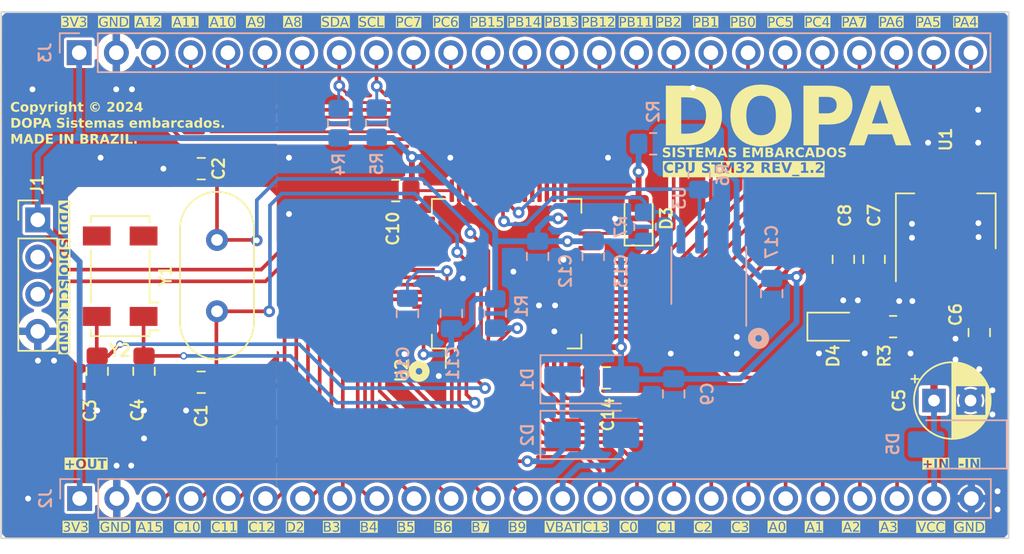
<source format=kicad_pcb>
(kicad_pcb (version 20221018) (generator pcbnew)
  (layers (0 "F.Cu" jumper) (31 "B.Cu" signal) (34 "B.Paste" user) (35 "F.Paste" user) (36 "B.SilkS" user "B.Silkscreen") (37 "F.SilkS" user "F.Silkscreen") (38 "B.Mask" user) (39 "F.Mask" user) (44 "Edge.Cuts" user))
  (net 0 "")
  (net 1 "GND")
  (net 2 "OSC1")
  (net 3 "OSC2")
  (net 4 "RTC1")
  (net 5 "RTC2")
  (net 6 "VCC")
  (net 7 "VDD")
  (net 8 "/Mcu/NRST")
  (net 9 "Net-(U2-PB8)")
  (net 10 "VDDBAT")
  (net 11 "VBT1")
  (net 12 "/Mcu/LED_ON")
  (net 13 "Net-(D3-A)")
  (net 14 "Net-(D4-A)")
  (net 15 "/Mcu/SWDIO")
  (net 16 "/Mcu/SWCLK")
  (net 17 "/Mcu/PA15")
  (net 18 "/Mcu/PC10")
  (net 19 "/Mcu/PC11")
  (net 20 "/Mcu/PC12")
  (net 21 "/Mcu/PD2")
  (net 22 "/Mcu/PB3")
  (net 23 "/Mcu/PB4")
  (net 24 "/Mcu/PB5")
  (net 25 "/Mcu/PB6")
  (net 26 "/Mcu/PB7")
  (net 27 "/Mcu/PB9")
  (net 28 "/Mcu/PC13")
  (net 29 "/Mcu/PC0")
  (net 30 "/Mcu/PC1")
  (net 31 "/Mcu/PC2")
  (net 32 "/Mcu/PC3")
  (net 33 "/Mcu/PA0")
  (net 34 "/Mcu/PA1")
  (net 35 "/Mcu/PA2")
  (net 36 "/Mcu/PA3")
  (net 37 "/Mcu/PA12")
  (net 38 "/Mcu/PA11")
  (net 39 "/Mcu/PA10")
  (net 40 "/Mcu/PA9")
  (net 41 "/Mcu/PA8")
  (net 42 "SDA")
  (net 43 "SCL")
  (net 44 "/Mcu/PC7")
  (net 45 "/Mcu/PC6")
  (net 46 "/Mcu/PB15")
  (net 47 "/Mcu/PB14")
  (net 48 "/Mcu/PB13")
  (net 49 "/Mcu/PB12")
  (net 50 "/Mcu/PB11")
  (net 51 "/Mcu/PB2")
  (net 52 "/Mcu/PB1")
  (net 53 "/Mcu/PB0")
  (net 54 "/Mcu/PC5")
  (net 55 "/Mcu/PC4")
  (net 56 "/Mcu/PA7")
  (net 57 "/Mcu/PA6")
  (net 58 "/Mcu/PA5")
  (net 59 "/Mcu/PA4")
  (footprint "Capacitor_SMD:C_0805_2012Metric_Pad1.18x1.45mm_HandSolder" (layer "F.Cu") (at 171.58 103.32 90)
    (fp_text reference "C8")
    (fp_text value "100nF")
  )
  (footprint "Capacitor_SMD:C_0805_2012Metric_Pad1.18x1.45mm_HandSolder" (layer "F.Cu") (at 127.68 97.12)
    (fp_text reference "C2")
    (fp_text value "12pF")
  )
  (footprint "Capacitor_SMD:C_0805_2012Metric_Pad1.18x1.45mm_HandSolder" (layer "F.Cu") (at 140.98 98.62)
    (fp_text reference "C10")
    (fp_text value "100nF")
  )
  (footprint "Capacitor_THT:CP_Radial_D5.0mm_P2.50mm" (layer "F.Cu") (at 177.774888 112.97)
    (fp_text reference "C5")
    (fp_text value "220x16")
  )
  (footprint "Autoban:Crystal_SMD_Abracon_ABS25 Vertical" (layer "F.Cu") (at 122.14 104.47 180)
    (fp_text reference "Y2")
    (fp_text value "CRYSTAL ABS25")
  )
  (footprint "LED_SMD:LED_0805_2012Metric_Pad1.15x1.40mm_HandSolder" (layer "F.Cu") (at 157.58 100.52 90)
    (fp_text reference "D3")
    (fp_text value "LED")
  )
  (footprint "LED_SMD:LED_0805_2012Metric_Pad1.15x1.40mm_HandSolder" (layer "F.Cu") (at 170.98 107.92)
    (fp_text reference "D4")
    (fp_text value "LED")
  )
  (footprint "Crystal:Crystal_HC49-4H_Vertical" (layer "F.Cu") (at 128.76 106.87 90)
    (fp_text reference "Y1")
    (fp_text value "25Mhz")
  )
  (footprint "Capacitor_SMD:C_0805_2012Metric_Pad1.18x1.45mm_HandSolder" (layer "F.Cu") (at 123.77 110.97 90)
    (fp_text reference "C3")
    (fp_text value "4.3pF")
  )
  (footprint "Capacitor_SMD:C_0805_2012Metric_Pad1.18x1.45mm_HandSolder" (layer "F.Cu") (at 155.38 111.42 180)
    (fp_text reference "C14")
    (fp_text value "100nF")
  )
  (footprint "Capacitor_SMD:C_0805_2012Metric_Pad1.18x1.45mm_HandSolder" (layer "F.Cu") (at 120.57 110.97 90)
    (fp_text reference "C4")
    (fp_text value "4.3pF")
  )
  (footprint "Capacitor_SMD:C_0805_2012Metric_Pad1.18x1.45mm_HandSolder" (layer "F.Cu") (at 173.68 103.32 90)
    (fp_text reference "C7")
    (fp_text value "10uF")
  )
  (footprint "Capacitor_SMD:C_0805_2012Metric_Pad1.18x1.45mm_HandSolder" (layer "F.Cu") (at 180.87 108.32 90)
    (fp_text reference "C6")
    (fp_text value "100nF")
  )
  (footprint "Package_TO_SOT_SMD:SOT-223-3_TabPin2" (layer "F.Cu") (at 178.58 100.72 90)
    (fp_text reference "U1")
    (fp_text value "LM1117MP-3.3")
  )
  (footprint "Connector_PinHeader_2.54mm:PinHeader_1x04_P2.54mm_Vertical" (layer "F.Cu") (at 116.505 100.62)
    (fp_text reference "J1")
    (fp_text value "GRAV")
  )
  (footprint "Resistor_SMD:R_0805_2012Metric_Pad1.20x1.40mm_HandSolder" (layer "F.Cu") (at 174.98 107.92 180)
    (fp_text reference "R3")
    (fp_text value "470R")
  )
  (footprint "Package_QFP:LQFP-64_10x10mm_P0.5mm" (layer "F.Cu") (at 148.56 104.3 90)
    (fp_text reference "U2")
    (fp_text value "STM32G431RBTx")
  )
  (footprint "Capacitor_SMD:C_0805_2012Metric_Pad1.18x1.45mm_HandSolder" (layer "F.Cu") (at 127.68 111.72)
    (fp_text reference "C1")
    (fp_text value "12pF")
  )
  (footprint "Capacitor_SMD:C_0805_2012Metric_Pad1.18x1.45mm_HandSolder" (layer "B.Cu") (at 144.78 107.02 -90)
    (fp_text reference "C11")
    (fp_text value "100nF")
  )
  (footprint "Diode_SMD:D_SMA" (layer "B.Cu") (at 154.38 111.52)
    (fp_text reference "D1")
    (fp_text value "US1M")
  )
  (footprint "Package_SO:SOIC-8_3.9x4.9mm_P1.27mm" (layer "B.Cu") (at 162.38 104.42 90)
    (fp_text reference "U3")
    (fp_text value "24LC64")
  )
  (footprint "Resistor_SMD:R_0805_2012Metric_Pad1.20x1.40mm_HandSolder" (layer "B.Cu") (at 137.08 94.02 -90)
    (fp_text reference "R4")
    (fp_text value "4k7")
  )
  (footprint "Capacitor_SMD:C_0805_2012Metric_Pad1.18x1.45mm_HandSolder" (layer "B.Cu") (at 150.68 103.12 90)
    (fp_text reference "C12")
    (fp_text value "100nF")
  )
  (footprint "Connector_PinHeader_2.54mm:PinHeader_1x25_P2.54mm_Vertical" (layer "B.Cu") (at 119.37 119.67 -90)
    (fp_text reference "J2")
    (fp_text value "LADO ESQ")
  )
  (footprint "Diode_SMD:D_SMA" (layer "B.Cu") (at 154.38 115.32)
    (fp_text reference "D2")
    (fp_text value "US1M")
  )
  (footprint "Capacitor_SMD:C_0805_2012Metric_Pad1.18x1.45mm_HandSolder" (layer "B.Cu") (at 159.98 112.52 90)
    (fp_text reference "C9")
    (fp_text value "10uF")
  )
  (footprint "Connector_PinHeader_2.54mm:PinHeader_1x25_P2.54mm_Vertical" (layer "B.Cu") (at 119.34 89.19 -90)
    (fp_text reference "J3")
    (fp_text value "LADO DIR")
  )
  (footprint "Capacitor_SMD:C_0805_2012Metric_Pad1.18x1.45mm_HandSolder" (layer "B.Cu") (at 166.68 105.6575 90)
    (fp_text reference "C17")
    (fp_text value "100nF")
  )
  (footprint "Resistor_SMD:R_0805_2012Metric_Pad1.20x1.40mm_HandSolder" (layer "B.Cu") (at 158.02 101.095 -90)
    (fp_text reference "R7")
    (fp_text value "4k7")
  )
  (footprint "Capacitor_SMD:C_0805_2012Metric_Pad1.18x1.45mm_HandSolder" (layer "B.Cu") (at 141.78 107.02 90)
    (fp_text reference "C16")
    (fp_text value "100nF")
  )
  (footprint "Diode_SMD:D_SMA" (layer "B.Cu") (at 179.24 115.97 180)
    (fp_text reference "D5")
    (fp_text value "SMAJ6.5CA")
  )
  (footprint "Resistor_SMD:R_0805_2012Metric_Pad1.20x1.40mm_HandSolder" (layer "B.Cu") (at 139.68 93.98 -90)
    (fp_text reference "R5")
    (fp_text value "4k7")
  )
  (footprint "Resistor_SMD:R_0805_2012Metric_Pad1.20x1.40mm_HandSolder" (layer "B.Cu") (at 161.72 97.545 90)
    (fp_text reference "R6")
    (fp_text value "4k7")
  )
  (footprint "Capacitor_SMD:C_0805_2012Metric_Pad1.18x1.45mm_HandSolder" (layer "B.Cu") (at 154.48 103.12 90)
    (fp_text reference "C13")
    (fp_text value "100nF")
  )
  (footprint "Resistor_SMD:R_0805_2012Metric_Pad1.20x1.40mm_HandSolder" (layer "B.Cu") (at 158.58 95.42 180)
    (fp_text reference "R2")
    (fp_text value "470R")
  )
  (footprint "Resistor_SMD:R_0805_2012Metric_Pad1.20x1.40mm_HandSolder" (layer "B.Cu") (at 147.78 107.02 90)
    (fp_text reference "R1")
    (fp_text value "10k")
  )
  (gr_circle (center 165.78 108.72) (end 165.68 108.52) (stroke (width 0.5)) (fill none) (layer "B.SilkS"))
  (gr_circle (center 142.57 110.97) (end 142.793607 110.97) (stroke (width 0.5)) (fill none) (layer "F.SilkS"))
  (gr_line (start 182.88 86.4) (end 182.88 122.39) (stroke (width 0.1)) (layer "Edge.Cuts"))
  (gr_line (start 114.01 86.41) (end 182.88 86.4) (stroke (width 0.1)) (layer "Edge.Cuts"))
  (gr_line (start 182.88 122.39) (end 114 122.39) (stroke (width 0.1)) (layer "Edge.Cuts"))
  (gr_line (start 114 122.39) (end 114.01 86.41) (stroke (width 0.1)) (layer "Edge.Cuts"))
  (gr_text "A12\n" (at 123.19 87.52) (layer "F.SilkS" knockout) (effects (font (size 0.65 0.65)) (justify left bottom)))
  (gr_text "3V3" (at 118.11 87.52) (layer "F.SilkS" knockout) (effects (font (size 0.65 0.65)) (justify left bottom)))
  (gr_text "VBAT" (at 151.225 122.045) (layer "F.SilkS" knockout) (effects (font (size 0.65 0.65)) (justify left bottom)))
  (gr_text "B6" (at 143.595 122.045) (layer "F.SilkS" knockout) (effects (font (size 0.65 0.65)) (justify left bottom)))
  (gr_text "C13" (at 153.765 122.045) (layer "F.SilkS" knockout) (effects (font (size 0.65 0.65)) (justify left bottom)))
  (gr_text "A1" (at 169.005 122.045) (layer "F.SilkS" knockout) (effects (font (size 0.65 0.65)) (justify left bottom)))
  (gr_text "PB15" (at 146.05 87.52) (layer "F.SilkS" knockout) (effects (font (size 0.65 0.65)) (justify left bottom)))
  (gr_text "SDIO" (at 117.88 101.9 270) (layer "F.SilkS" knockout) (effects (font (size 0.65 0.65) (thickness 0.15) bold) (justify left bottom)))
  (gr_text "SISTEMAS EMBARCADOS" (at 159.17 96.445) (layer "F.SilkS") (effects (font (size 0.65 0.65) (thickness 0.125) bold) (justify left bottom)))
  (gr_text "+OUT" (at 118.32 117.73) (layer "F.SilkS" knockout) (effects (font (size 0.65 0.65) (thickness 0.15) bold) (justify left bottom)))
  (gr_text "A2\n" (at 171.545 122.045) (layer "F.SilkS" knockout) (effects (font (size 0.65 0.65)) (justify left bottom)))
  (gr_text "C0" (at 156.305 122.045) (layer "F.SilkS" knockout) (effects (font (size 0.65 0.65)) (justify left bottom)))
  (gr_text "PA5" (at 176.53 87.52) (layer "F.SilkS" knockout) (effects (font (size 0.65 0.65)) (justify left bottom)))
  (gr_text "A0" (at 166.465 122.045) (layer "F.SilkS" knockout) (effects (font (size 0.65 0.65)) (justify left bottom)))
  (gr_text "VCC" (at 176.625 122.045) (layer "F.SilkS" knockout) (effects (font (size 0.65 0.65)) (justify left bottom)))
  (gr_text "D2" (at 133.445 122.045) (layer "F.SilkS" knockout) (effects (font (size 0.65 0.65)) (justify left bottom)))
  (gr_text "A8" (at 133.35 87.52) (layer "F.SilkS" knockout) (effects (font (size 0.65 0.65)) (justify left bottom)))
  (gr_text "VDD" (at 117.88 99.37 270) (layer "F.SilkS" knockout) (effects (font (size 0.65 0.65) (thickness 0.15) bold) (justify left bottom)))
  (gr_text "PA7" (at 171.45 87.52) (layer "F.SilkS" knockout) (effects (font (size 0.65 0.65)) (justify left bottom)))
  (gr_text "A15\n" (at 123.285 122.045) (layer "F.SilkS" knockout) (effects (font (size 0.65 0.65)) (justify left bottom)))
  (gr_text "DOPA" (at 158.93 96.205) (layer "F.SilkS") (effects (font (size 4 4) (thickness 0.15) bold) (justify left bottom)))
  (gr_text "PB1" (at 161.29 87.52) (layer "F.SilkS" knockout) (effects (font (size 0.65 0.65)) (justify left bottom)))
  (gr_text "PC5" (at 166.37 87.52) (layer "F.SilkS" knockout) (effects (font (size 0.65 0.65)) (justify left bottom)))
  (gr_text "A3\n" (at 174.085 122.045) (layer "F.SilkS" knockout) (effects (font (size 0.65 0.65)) (justify left bottom)))
  (gr_text "SCLK" (at 117.88 104.72 270) (layer "F.SilkS" knockout) (effects (font (size 0.65 0.65) (thickness 0.15) bold) (justify left bottom)))
  (gr_text "PA4" (at 179.07 87.52) (layer "F.SilkS" knockout) (effects (font (size 0.65 0.65)) (justify left bottom)))
  (gr_text "B9" (at 148.685 122.045) (layer "F.SilkS" knockout) (effects (font (size 0.65 0.65)) (justify left bottom)))
  (gr_text "PB12" (at 153.67 87.52) (layer "F.SilkS" knockout) (effects (font (size 0.65 0.65)) (justify left bottom)))
  (gr_text "C2" (at 161.385 122.045) (layer "F.SilkS" knockout) (effects (font (size 0.65 0.65)) (justify left bottom)))
  (gr_text "B7" (at 146.145 122.045) (layer "F.SilkS" knockout) (effects (font (size 0.65 0.65)) (justify left bottom)))
  (gr_text "Copyright © 2024\nDOPA Sistemas embarcados.\nMADE IN BRAZIL. " (at 114.62 95.52) (layer "F.SilkS") (effects (font (size 0.65 0.65) (thickness 0.15) bold) (justify left bottom)))
  (gr_text "PA6" (at 173.99 87.52) (layer "F.SilkS" knockout) (effects (font (size 0.65 0.65)) (justify left bottom)))
  (gr_text "-IN" (at 179.47 117.73) (layer "F.SilkS" knockout) (effects (font (size 0.65 0.65) (thickness 0.15) bold) (justify left bottom)))
  (gr_text "B4" (at 138.525 122.045) (layer "F.SilkS" knockout) (effects (font (size 0.65 0.65)) (justify left bottom)))
  (gr_text "GND" (at 120.745 122.045) (layer "F.SilkS" knockout) (effects (font (size 0.65 0.65)) (justify left bottom)))
  (gr_text "PC6" (at 143.51 87.52) (layer "F.SilkS" knockout) (effects (font (size 0.65 0.65)) (justify left bottom)))
  (gr_text "GND" (at 117.88 107.52 270) (layer "F.SilkS" knockout) (effects (font (size 0.65 0.65) (thickness 0.15) bold) (justify left bottom)))
  (gr_text "C1" (at 158.845 122.045) (layer "F.SilkS" knockout) (effects (font (size 0.65 0.65)) (justify left bottom)))
  (gr_text "SDA" (at 135.89 87.52) (layer "F.SilkS" knockout) (effects (font (size 0.65 0.65)) (justify left bottom)))
  (gr_text "PB2" (at 158.75 87.52) (layer "F.SilkS" knockout) (effects (font (size 0.65 0.65)) (justify left bottom)))
  (gr_text "SCL" (at 138.43 87.52) (layer "F.SilkS" knockout) (effects (font (size 0.65 0.65)) (justify left bottom)))
  (gr_text "PC7" (at 140.97 87.52) (layer "F.SilkS" knockout) (effects (font (size 0.65 0.65)) (justify left bottom)))
  (gr_text "PB0" (at 163.83 87.52) (layer "F.SilkS" knockout) (effects (font (size 0.65 0.65)) (justify left bottom)))
  (gr_text "GND" (at 179.165 122.045) (layer "F.SilkS" knockout) (effects (font (size 0.65 0.65)) (justify left bottom)))
  (gr_text "PB14" (at 148.59 87.52) (layer "F.SilkS" knockout) (effects (font (size 0.65 0.65)) (justify left bottom)))
  (gr_text "C12" (at 130.905 122.045) (layer "F.SilkS" knockout) (effects (font (size 0.65 0.65)) (justify left bottom)))
  (gr_text "CPU STM32 REV_1.2\n" (at 159.27 97.52) (layer "F.SilkS" knockout) (effects (font (size 0.7 0.7) (thickness 0.15) bold) (justify left bottom)))
  (gr_text "B5" (at 141.065 122.045) (layer "F.SilkS" knockout) (effects (font (size 0.65 0.65)) (justify left bottom)))
  (gr_text "PB13" (at 151.13 87.52) (layer "F.SilkS" knockout) (effects (font (size 0.65 0.65)) (justify left bottom)))
  (gr_text "PC4" (at 168.91 87.52) (layer "F.SilkS" knockout) (effects (font (size 0.65 0.65)) (justify left bottom)))
  (gr_text "C11" (at 128.365 122.045) (layer "F.SilkS" knockout) (effects (font (size 0.65 0.65)) (justify left bottom)))
  (gr_text "PB11" (at 156.21 87.52) (layer "F.SilkS" knockout) (effects (font (size 0.65 0.65)) (justify left bottom)))
  (gr_text "GND" (at 120.65 87.52) (layer "F.SilkS" knockout) (effects (font (size 0.65 0.65)) (justify left bottom)))
  (gr_text "3V3\n" (at 118.205 122.045) (layer "F.SilkS" knockout) (effects (font (size 0.65 0.65)) (justify left bottom)))
  (gr_text "+IN" (at 176.96 117.73) (layer "F.SilkS" knockout) (effects (font (size 0.65 0.65) (thickness 0.15) bold) (justify left bottom)))
  (gr_text "A9" (at 130.81 87.52) (layer "F.SilkS" knockout) (effects (font (size 0.65 0.65)) (justify left bottom)))
  (gr_text "A10\n" (at 128.25 87.52) (layer "F.SilkS" knockout) (effects (font (size 0.65 0.65)) (justify left bottom)))
  (gr_text "C3" (at 163.925 122.045) (layer "F.SilkS" knockout) (effects (font (size 0.65 0.65)) (justify left bottom)))
  (gr_text "C10\n" (at 125.845 122.045) (layer "F.SilkS" knockout) (effects (font (size 0.65 0.65)) (justify left bottom)))
  (gr_text "A11	" (at 125.73 87.52) (layer "F.SilkS" knockout) (effects (font (size 0.65 0.65)) (justify left bottom)))
  (gr_text "B3" (at 135.985 122.045) (layer "F.SilkS" knockout) (effects (font (size 0.65 0.65)) (justify left bottom)))
  (via (at 176.27 101.845) (size 0.8) (drill 0.4) (layers "F.Cu" "B.Cu") (net 1))
  (via (at 126.645 113.65) (size 0.8) (drill 0.4) (layers "F.Cu" "B.Cu") (net 1))
  (via (at 175.395 106.17) (size 0.8) (drill 0.4) (layers "F.Cu" "B.Cu") (net 1))
  (via (at 141.57 109.795) (size 0.8) (drill 0.4) (layers "F.Cu" "B.Cu") (net 1))
  (via (at 125.095 97.12) (size 0.8) (drill 0.4) (layers "F.Cu" "B.Cu") (net 1))
  (via (at 180.82 101.795) (size 0.8) (drill 0.4) (layers "F.Cu" "B.Cu") (net 1))
  (via (at 182.12 119.17) (size 0.8) (drill 0.4) (layers "F.Cu" "B.Cu") (net 1))
  (via (at 152.445 103.345) (size 0.8) (drill 0.4) (layers "F.Cu" "B.Cu") (net 1))
  (via (at 182.12 120.42) (size 0.8) (drill 0.4) (layers "F.Cu" "B.Cu") (net 1))
  (via (at 161.295 91.595) (size 0.8) (drill 0.4) (layers "F.Cu" "B.Cu") (net 1))
  (via (at 176.295 106.17) (size 0.8) (drill 0.4) (layers "F.Cu" "B.Cu") (net 1))
  (via (at 120.8 96.37) (size 0.8) (drill 0.4) (layers "F.Cu" "B.Cu") (net 1))
  (via (at 169.91 109.75) (size 0.8) (drill 0.4) (layers "F.Cu" "B.Cu") (net 1))
  (via (at 144.71 96.37) (size 0.8) (drill 0.4) (layers "F.Cu" "B.Cu") (net 1))
  (via (at 171.57 106.12) (size 0.8) (drill 0.4) (layers "F.Cu" "B.Cu") (net 1))
  (via (at 164.295 108.62) (size 0.8) (drill 0.4) (layers "F.Cu" "B.Cu") (net 1))
  (via (at 176.17 109.75) (size 0.8) (drill 0.4) (layers "F.Cu" "B.Cu") (net 1))
  (via (at 145.57 104.62) (size 0.8) (drill 0.4) (layers "F.Cu" "B.Cu") (net 1))
  (via (at 181.77 112.27) (size 0.8) (drill 0.4) (layers "F.Cu" "B.Cu") (net 1))
  (via (at 172.57 106.12) (size 0.8) (drill 0.4) (layers "F.Cu" "B.Cu") (net 1))
  (via (at 151.82 108.245) (size 0.8) (drill 0.4) (layers "F.Cu" "B.Cu") (net 1))
  (via (at 122.895 117.42) (size 0.8) (drill 0.4) (layers "F.Cu" "B.Cu") (net 1))
  (via (at 179.245 110.17) (size 0.8) (drill 0.4) (layers "F.Cu" "B.Cu") (net 1))
  (via (at 180.795 93.095) (size 0.8) (drill 0.4) (layers "F.Cu" "B.Cu") (net 1))
  (via (at 155.49 96.37) (size 0.8) (drill 0.4) (layers "F.Cu" "B.Cu") (net 1))
  (via (at 133.68 100.22) (size 0.8) (drill 0.4) (layers "F.Cu" "B.Cu") (net 1))
  (via (at 116.145 91.695) (size 0.8) (drill 0.4) (layers "F.Cu" "B.Cu") (net 1))
  (via (at 173.045 109.745) (size 0.8) (drill 0.4) (layers "F.Cu" "B.Cu") (net 1))
  (via (at 149.02 104.16) (size 0.8) (drill 0.4) (layers "F.Cu" "B.Cu") (net 1))
  (via (at 150.77 106.47) (size 0.8) (drill 0.4) (layers "F.Cu" "B.Cu") (net 1))
  (via (at 179.245 108.745) (size 0.8) (drill 0.4) (layers "F.Cu" "B.Cu") (net 1))
  (via (at 143.92 111.295) (size 0.8) (drill 0.4) (layers "F.Cu" "B.Cu") (net 1))
  (via (at 117.62 110.245) (size 0.8) (drill 0.4) (layers "F.Cu" "B.Cu") (net 1))
  (via (at 180.87 110.82) (size 0.8) (drill 0.4) (layers "F.Cu" "B.Cu") (net 1))
  (via (at 155.97 100.545) (size 0.8) (drill 0.4) (layers "F.Cu" "B.Cu") (net 1))
  (via (at 121.87 91.695) (size 0.8) (drill 0.4) (layers "F.Cu" "B.Cu") (net 1))
  (via (at 122.945 91.695) (size 0.8) (drill 0.4) (layers "F.Cu" "B.Cu") (net 1))
  (via (at 176.27 100.89) (size 0.8) (drill 0.4) (layers "F.Cu" "B.Cu") (net 1))
  (via (at 159.78 109.76) (size 0.8) (drill 0.4) (layers "F.Cu" "B.Cu") (net 1))
  (via (at 123.77 115.56) (size 0.8) (drill 0.4) (layers "F.Cu" "B.Cu") (net 1))
  (via (at 115.845 119.67) (size 0.8) (drill 0.4) (layers "F.Cu" "B.Cu") (net 1))
  (via (at 121.895 117.42) (size 0.8) (drill 0.4) (layers "F.Cu" "B.Cu") (net 1))
  (via (at 151.87 106.47) (size 0.8) (drill 0.4) (layers "F.Cu" "B.Cu") (net 1))
  (via (at 120.57 113.65) (size 0.8) (drill 0.4) (layers "F.Cu" "B.Cu") (net 1))
  (via (at 133.68 96.37) (size 0.8) (drill 0.4) (layers "F.Cu" "B.Cu") (net 1))
  (via (at 180.81 100.84) (size 0.8) (drill 0.4) (layers "F.Cu" "B.Cu") (net 1))
  (via (at 177.37 95.345) (size 0.8) (drill 0.4) (layers "F.Cu" "B.Cu") (net 1))
  (via (at 181.77 113.92) (size 0.8) (drill 0.4) (layers "F.Cu" "B.Cu") (net 1))
  (via (at 123.77 113.65) (size 0.8) (drill 0.4) (layers "F.Cu" "B.Cu") (net 1))
  (via (at 164.3 109.76) (size 0.8) (drill 0.4) (layers "F.Cu" "B.Cu") (net 1))
  (via (at 180.795 95.345) (size 0.8) (drill 0.4) (layers "F.Cu" "B.Cu") (net 1))
  (via (at 116.52 110.245) (size 0.8) (drill 0.4) (layers "F.Cu" "B.Cu") (net 1))
  (segment (start 132.33 106.87) (end 128.76 106.87) (width 0.25) (layer "F.Cu") (net 2))
  (segment (start 128.7175 111.72) (end 128.7175 106.9125) (width 0.25) (layer "F.Cu") (net 2))
  (segment (start 145.18 102.82) (end 146.81 104.45) (width 0.25) (layer "F.Cu") (net 2))
  (segment (start 146.81 104.45) (end 146.81 109.975) (width 0.25) (layer "F.Cu") (net 2))
  (segment (start 128.7175 106.9125) (end 128.76 106.87) (width 0.2) (layer "F.Cu") (net 2))
  (via (at 132.33 106.87) (size 0.8) (drill 0.4) (layers "F.Cu" "B.Cu") (net 2))
  (via (at 145.18 102.82) (size 0.8) (drill 0.4) (layers "F.Cu" "B.Cu") (net 2))
  (segment (start 145.18 101.72) (end 142.28 98.82) (width 0.25) (layer "B.Cu") (net 2))
  (segment (start 145.18 102.82) (end 145.18 101.72) (width 0.25) (layer "B.Cu") (net 2))
  (segment (start 142.28 98.82) (end 133.18 98.82) (width 0.25) (layer "B.Cu") (net 2))
  (segment (start 132.38 99.62) (end 132.38 106.82) (width 0.25) (layer "B.Cu") (net 2))
  (segment (start 133.18 98.82) (end 132.38 99.62) (width 0.25) (layer "B.Cu") (net 2))
  (segment (start 132.38 106.82) (end 132.33 106.87) (width 0.25) (layer "B.Cu") (net 2))
  (segment (start 128.76 101.99) (end 128.76 97.1625) (width 0.25) (layer "F.Cu") (net 3))
  (segment (start 131.48 102.02) (end 131.45 101.99) (width 0.25) (layer "F.Cu") (net 3))
  (segment (start 146.08 101.52) (end 147.31 102.75) (width 0.25) (layer "F.Cu") (net 3))
  (segment (start 128.76 97.1625) (end 128.7175 97.12) (width 0.2) (layer "F.Cu") (net 3))
  (segment (start 147.31 102.75) (end 147.31 109.975) (width 0.25) (layer "F.Cu") (net 3))
  (segment (start 131.45 101.99) (end 128.76 101.99) (width 0.25) (layer "F.Cu") (net 3))
  (via (at 146.08 101.52) (size 0.8) (drill 0.4) (layers "F.Cu" "B.Cu") (net 3))
  (via (at 131.48 102.02) (size 0.8) (drill 0.4) (layers "F.Cu" "B.Cu") (net 3))
  (segment (start 131.48 99.27) (end 131.48 102.02) (width 0.25) (layer "B.Cu") (net 3))
  (segment (start 146.08 101.12) (end 142.78 97.82) (width 0.25) (layer "B.Cu") (net 3))
  (segment (start 146.08 101.52) (end 146.08 101.12) (width 0.25) (layer "B.Cu") (net 3))
  (segment (start 142.78 97.82) (end 132.93 97.82) (width 0.25) (layer "B.Cu") (net 3))
  (segment (start 132.93 97.82) (end 131.48 99.27) (width 0.25) (layer "B.Cu") (net 3))
  (segment (start 126.48 109.92) (end 123.7825 109.92) (width 0.25) (layer "F.Cu") (net 4))
  (segment (start 146.38 113.12) (end 145.81 112.55) (width 0.25) (layer "F.Cu") (net 4))
  (segment (start 123.79 107.17) (end 123.74 107.22) (width 0.25) (layer "F.Cu") (net 4))
  (segment (start 123.74 109.9025) (end 123.77 109.9325) (width 0.25) (layer "F.Cu") (net 4))
  (segment (start 123.7825 109.92) (end 123.77 109.9325) (width 0.25) (layer "F.Cu") (net 4))
  (segment (start 145.81 112.55) (end 145.81 109.975) (width 0.25) (layer "F.Cu") (net 4))
  (segment (start 123.74 109.8025) (end 123.77 109.8325) (width 0.25) (layer "F.Cu") (net 4))
  (segment (start 123.74 107.22) (end 123.74 109.9025) (width 0.25) (layer "F.Cu") (net 4))
  (via (at 146.38 113.12) (size 0.8) (drill 0.4) (layers "F.Cu" "B.Cu") (net 4))
  (via (at 126.48 109.92) (size 0.5) (drill 0.3) (layers "F.Cu" "B.Cu") (net 4))
  (segment (start 136.98 113.12) (end 146.38 113.12) (width 0.25) (layer "B.Cu") (net 4))
  (segment (start 126.48 109.92) (end 133.78 109.92) (width 0.25) (layer "B.Cu") (net 4))
  (segment (start 133.78 109.92) (end 136.98 113.12) (width 0.25) (layer "B.Cu") (net 4))
  (segment (start 120.54 107.22) (end 120.54 109.9025) (width 0.25) (layer "F.Cu") (net 5))
  (segment (start 120.57 109.9325) (end 121.3075 109.9325) (width 0.25) (layer "F.Cu") (net 5))
  (segment (start 120.54 109.9025) (end 120.57 109.9325) (width 0.25) (layer "F.Cu") (net 5))
  (segment (start 147.08 112.12) (end 146.31 111.35) (width 0.25) (layer "F.Cu") (net 5))
  (segment (start 121.3075 109.9325) (end 122.12 109.12) (width 0.25) (layer "F.Cu") (net 5))
  (segment (start 120.54 109.8025) (end 120.57 109.8325) (width 0.25) (layer "F.Cu") (net 5))
  (segment (start 146.31 111.35) (end 146.31 109.975) (width 0.25) (layer "F.Cu") (net 5))
  (via (at 147.08 112.12) (size 0.8) (drill 0.4) (layers "F.Cu" "B.Cu") (net 5))
  (via (at 122.12 109.12) (size 0.5) (drill 0.3) (layers "F.Cu" "B.Cu") (net 5))
  (segment (start 134.38 109.12) (end 122.12 109.12) (width 0.25) (layer "B.Cu") (net 5))
  (segment (start 137.38 112.12) (end 134.38 109.12) (width 0.25) (layer "B.Cu") (net 5))
  (segment (start 147.08 112.12) (end 137.38 112.12) (width 0.25) (layer "B.Cu") (net 5))
  (segment (start 177.824888 113.34) (end 177.774888 113.29) (width 0.5) (layer "F.Cu") (net 6))
  (segment (start 177.774888 113.29) (end 177.774888 108.725112) (width 0.5) (layer "F.Cu") (net 6))
  (segment (start 179.2175 107.2825) (end 180.87 107.2825) (width 0.5) (layer "F.Cu") (net 6))
  (segment (start 180.87 107.2825) (end 180.88 107.2725) (width 0.5) (layer "F.Cu") (net 6))
  (segment (start 180.88 107.2725) (end 180.88 103.87) (width 0.5) (layer "F.Cu") (net 6))
  (segment (start 177.774888 108.725112) (end 179.2175 107.2825) (width 0.5) (layer "F.Cu") (net 6))
  (segment (start 177.79 116.52) (end 177.24 115.97) (width 0.4) (layer "B.Cu") (net 6))
  (segment (start 177.79 119.67) (end 177.79 116.52) (width 0.4) (layer "B.Cu") (net 6))
  (segment (start 177.774888 115.435112) (end 177.774888 113.29) (width 0.4) (layer "B.Cu") (net 6))
  (segment (start 177.24 115.97) (end 177.774888 115.435112) (width 0.4) (layer "B.Cu") (net 6))
  (segment (start 177.774888 113.29) (end 177.824888 113.34) (width 0.4) (layer "B.Cu") (net 6))
  (segment (start 170.68 102.22) (end 168.38 104.52) (width 0.4) (layer "F.Cu") (net 7))
  (segment (start 152.7175 102.0825) (end 152.75 102.05) (width 0.2) (layer "F.Cu") (net 7))
  (segment (start 154.88 109.32) (end 154.3425 109.8575) (width 0.4) (layer "F.Cu") (net 7))
  (segment (start 144.805 98.62) (end 144.81 98.625) (width 0.2) (layer "F.Cu") (net 7))
  (segment (start 178.58 103.87) (end 178.58 97.57) (width 0.5) (layer "F.Cu") (net 7))
  (segment (start 172.38 102.22) (end 173.6425 102.22) (width 0.5) (layer "F.Cu") (net 7))
  (segment (start 173.68 99.82) (end 175.93 97.57) (width 0.5) (layer "F.Cu") (net 7))
  (segment (start 172.38 102.22) (end 170.68 102.22) (width 0.4) (layer "F.Cu") (net 7))
  (segment (start 156.38 109.32) (end 154.88 109.32) (width 0.4) (layer "F.Cu") (net 7))
  (segment (start 142.88 108.055) (end 142.885 108.05) (width 0.25) (layer "F.Cu") (net 7))
  (segment (start 173.68 102.1825) (end 173.68 99.82) (width 0.5) (layer "F.Cu") (net 7))
  (segment (start 154.205 100.52) (end 154.235 100.55) (width 0.25) (layer "F.Cu") (net 7))
  (segment (start 178.58 105.32) (end 175.98 107.92) (width 0.5) (layer "F.Cu") (net 7))
  (segment (start 152.31 109.975) (end 152.31 111.05) (width 0.2) (layer "F.Cu") (net 7))
  (segment (start 142.08 98.5575) (end 142.0175 98.62) (width 0.4) (layer "F.Cu") (net 7))
  (segment (start 152.75 102.05) (end 154.235 102.05) (width 0.2) (layer "F.Cu") (net 7))
  (segment (start 142.88 109.82) (end 142.88 108.055) (width 0.25) (layer "F.Cu") (net 7))
  (segment (start 152.68 111.42) (end 154.3425 111.42) (width 0.2) (layer "F.Cu") (net 7))
  (segment (start 175.93 97.57) (end 178.58 97.57) (width 0.5) (layer "F.Cu") (net 7))
  (segment (start 142.0175 98.62) (end 144.805 98.62) (width 0.2) (layer "F.Cu") (net 7))
  (segment (start 173.6425 102.22) (end 173.68 102.1825) (width 0.5) (layer "F.Cu") (net 7))
  (segment (start 154.3425 109.8575) (end 154.3425 111.42) (width 0.4) (layer "F.Cu") (net 7))
  (segment (start 152.31 111.05) (end 152.68 111.42) (width 0.2) (layer "F.Cu") (net 7))
  (segment (start 152.08 100.52) (end 154.205 100.52) (width 0.25) (layer "F.Cu") (net 7))
  (segment (start 142.08 96.32) (end 142.08 98.5575) (width 0.4) (layer "F.Cu") (net 7))
  (segment (start 178.58 103.87) (end 178.58 105.32) (width 0.5) (layer "F.Cu") (net 7))
  (via (at 168.38 104.52) (size 0.8) (drill 0.4) (layers "F.Cu" "B.Cu") (net 7))
  (via (at 152.08 100.52) (size 0.8) (drill 0.4) (layers "F.Cu" "B.Cu") (net 7))
  (via (at 142.08 96.32) (size 0.8) (drill 0.4) (layers "F.Cu" "B.Cu") (net 7))
  (via (at 156.38 109.32) (size 0.8) (drill 0.4) (layers "F.Cu" "B.Cu") (net 7))
  (via (at 152.7175 102.0825) (size 0.8) (drill 0.4) (layers "F.Cu" "B.Cu") (net 7))
  (via (at 142.88 109.82) (size 0.8) (drill 0.4) (layers "F.Cu" "B.Cu") (net 7))
  (segment (start 119.34 95.015) (end 119.345 95.02) (width 0.4) (layer "B.Cu") (net 7))
  (segment (start 165.88 104.52) (end 168.38 104.52) (width 0.4) (layer "B.Cu") (net 7))
  (segment (start 162.845 96.545) (end 164.285 97.985) (width 0.4) (layer "B.Cu") (net 7))
  (segment (start 147.78 102.0825) (end 150.68 102.0825) (width 0.4) (layer "B.Cu") (net 7))
  (segment (start 155.6425 102.0825) (end 154.48 102.0825) (width 0.4) (layer "B.Cu") (net 7))
  (segment (start 144.78 109.22) (end 144.18 109.82) (width 0.4) (layer "B.Cu") (net 7))
  (segment (start 156.38 111.52) (end 159.9425 111.52) (width 0.4) (layer "B.Cu") (net 7))
  (segment (start 117.695 95.02) (end 116.505 96.21) (width 0.4) (layer "B.Cu") (net 7))
  (segment (start 142.68 96.32) (end 142.08 96.32) (width 0.4) (layer "B.Cu") (net 7))
  (segment (start 119.37 120.14) (end 119.37 103.485) (width 0.4) (layer "B.Cu") (net 7))
  (segment (start 164.285 101.945) (end 164.285 102.925) (width 0.4) (layer "B.Cu") (net 7))
  (segment (start 119.34 89.19) (end 119.34 95.015) (width 0.4) (layer "B.Cu") (net 7))
  (segment (start 168.38 107.62) (end 168.38 104.52) (width 0.4) (layer "B.Cu") (net 7))
  (segment (start 119.37 103.485) (end 116.505 100.62) (width 0.4) (layer "B.Cu") (net 7))
  (segment (start 147.78 101.42) (end 142.68 96.32) (width 0.4) (layer "B.Cu") (net 7))
  (segment (start 119.345 95.02) (end 117.695 95.02) (width 0.4) (layer "B.Cu") (net 7))
  (segment (start 147.78 102.0825) (end 147.78 101.42) (width 0.4) (layer "B.Cu") (net 7))
  (segment (start 164.285 97.985) (end 164.285 101.945) (width 0.4) (layer "B.Cu") (net 7))
  (segment (start 144.78 108.0575) (end 144.78 109.22) (width 0.4) (layer "B.Cu") (net 7))
  (segment (start 156.38 102.82) (end 155.6425 102.0825) (width 0.4) (layer "B.Cu") (net 7))
  (segment (start 155.6425 102.0825) (end 155.655 102.095) (width 0.4) (layer "B.Cu") (net 7))
  (segment (start 146.48 106.02) (end 147.78 106.02) (width 0.4) (layer "B.Cu") (net 7))
  (segment (start 116.505 96.21) (end 116.505 100.62) (width 0.4) (layer "B.Cu") (net 7))
  (segment (start 146.18 106.32) (end 146.48 106.02) (width 0.4) (layer "B.Cu") (net 7))
  (segment (start 151.38 100.52) (end 152.08 100.52) (width 0.4) (layer "B.Cu") (net 7))
  (segment (start 137.08 95.02) (end 140.78 95.02) (width 0.4) (layer "B.Cu") (net 7))
  (segment (start 150.68 101.22) (end 151.38 100.52) (width 0.4) (layer "B.Cu") (net 7))
  (segment (start 159.98 111.4825) (end 164.5175 111.4825) (width 0.4) (layer "B.Cu") (net 7))
  (segment (start 152.7175 102.0825) (end 150.68 102.0825) (width 0.4) (layer "B.Cu") (net 7))
  (segment (start 164.285 102.925) (end 165.88 104.52) (width 0.4) (layer "B.Cu") (net 7))
  (segment (start 155.655 102.095) (end 158.02 102.095) (width 0.4) (layer "B.Cu") (net 7))
  (segment (start 147.78 106.02) (end 147.78 102.0825) (width 0.4) (layer "B.Cu") (net 7))
  (segment (start 144.78 108.0575) (end 145.7425 108.0575) (width 0.4) (layer "B.Cu") (net 7))
  (segment (start 156.38 111.52) (end 156.38 102.82) (width 0.4) (layer "B.Cu") (net 7))
  (segment (start 161.72 96.545) (end 162.845 96.545) (width 0.4) (layer "B.Cu") (net 7))
  (segment (start 164.5175 111.4825) (end 168.38 107.62) (width 0.4) (layer "B.Cu") (net 7))
  (segment (start 152.7175 102.0825) (end 154.48 102.0825) (width 0.4) (layer "B.Cu") (net 7))
  (segment (start 150.68 102.0825) (end 150.68 101.22) (width 0.4) (layer "B.Cu") (net 7))
  (segment (start 145.7425 108.0575) (end 146.18 107.62) (width 0.4) (layer "B.Cu") (net 7))
  (segment (start 159.9425 111.52) (end 159.98 111.4825) (width 0.4) (layer "B.Cu") (net 7))
  (segment (start 140.78 95.02) (end 142.08 96.32) (width 0.4) (layer "B.Cu") (net 7))
  (segment (start 146.18 107.62) (end 146.18 106.32) (width 0.4) (layer "B.Cu") (net 7))
  (segment (start 137.08 95.02) (end 119.345 95.02) (width 0.4) (layer "B.Cu") (net 7))
  (segment (start 144.18 109.82) (end 142.88 109.82) (width 0.4) (layer "B.Cu") (net 7))
  (segment (start 147.81 109.132236) (end 148.922236 108.02) (width 0.25) (layer "F.Cu") (net 8))
  (segment (start 147.81 109.975) (end 147.81 109.132236) (width 0.25) (layer "F.Cu") (net 8))
  (segment (start 148.922236 108.02) (end 149.28 108.02) (width 0.25) (layer "F.Cu") (net 8))
  (via (at 149.28 108.02) (size 0.8) (drill 0.4) (layers "F.Cu" "B.Cu") (net 8))
  (segment (start 147.78 108.02) (end 149.28 108.02) (width 0.4) (layer "B.Cu") (net 8))
  (segment (start 144.48 104.12) (end 144.48 105.82) (width 0.2) (layer "F.Cu") (net 9))
  (segment (start 143.75 106.55) (end 142.885 106.55) (width 0.2) (layer "F.Cu") (net 9))
  (segment (start 144.48 105.82) (end 143.75 106.55) (width 0.2) (layer "F.Cu") (net 9))
  (via (at 144.48 104.12) (size 0.8) (drill 0.4) (layers "F.Cu" "B.Cu") (net 9))
  (segment (start 141.78 105.9825) (end 141.78 104.8575) (width 0.2) (layer "B.Cu") (net 9))
  (segment (start 144.48 104.12) (end 144.4425 104.1575) (width 0.2) (layer "B.Cu") (net 9))
  (segment (start 144.4425 104.1575) (end 142.48 104.1575) (width 0.2) (layer "B.Cu") (net 9))
  (segment (start 141.78 104.8575) (end 142.48 104.1575) (width 0.2) (layer "B.Cu") (net 9))
  (segment (start 149.98 117.12) (end 148.18 117.12) (width 0.25) (layer "F.Cu") (net 10))
  (segment (start 144.81 113.75) (end 144.81 109.975) (width 0.25) (layer "F.Cu") (net 10))
  (segment (start 148.18 117.12) (end 144.81 113.75) (width 0.25) (layer "F.Cu") (net 10))
  (via (at 149.98 117.12) (size 0.8) (drill 0.4) (layers "F.Cu" "B.Cu") (net 10))
  (segment (start 151.58 117.12) (end 149.98 117.12) (width 0.4) (layer "B.Cu") (net 10))
  (segment (start 152.38 111.52) (end 152.38 115.32) (width 0.4) (layer "B.Cu") (net 10))
  (segment (start 152.38 115.32) (end 152.38 116.32) (width 0.4) (layer "B.Cu") (net 10))
  (segment (start 152.39 116.03) (end 152.38 116.02) (width 0.2) (layer "B.Cu") (net 10))
  (segment (start 152.38 116.32) (end 151.58 117.12) (width 0.4) (layer "B.Cu") (net 10))
  (segment (start 152.39 118.51) (end 153.48 117.42) (width 0.4) (layer "B.Cu") (net 11))
  (segment (start 152.39 120.14) (end 152.39 118.51) (width 0.4) (layer "B.Cu") (net 11))
  (segment (start 153.48 117.42) (end 155.58 117.42) (width 0.4) (layer "B.Cu") (net 11))
  (segment (start 155.58 117.42) (end 156.38 116.62) (width 0.4) (layer "B.Cu") (net 11))
  (segment (start 156.38 116.62) (end 156.38 115.32) (width 0.4) (layer "B.Cu") (net 11))
  (segment (start 157.58 101.545) (end 154.24 101.545) (width 0.2) (layer "F.Cu") (net 12))
  (segment (start 154.24 101.545) (end 154.235 101.55) (width 0.2) (layer "F.Cu") (net 12))
  (segment (start 157.58 97.32) (end 157.58 99.495) (width 0.4) (layer "F.Cu") (net 13))
  (via (at 157.58 97.32) (size 0.8) (drill 0.4) (layers "F.Cu" "B.Cu") (net 13))
  (segment (start 157.58 95.42) (end 157.58 97.32) (width 0.4) (layer "B.Cu") (net 13))
  (segment (start 173.98 107.92) (end 172.005 107.92) (width 0.4) (layer "F.Cu") (net 14))
  (segment (start 135.25 100.55) (end 131.78 104.02) (width 0.25) (layer "F.Cu") (net 15))
  (segment (start 142.885 100.55) (end 135.25 100.55) (width 0.25) (layer "F.Cu") (net 15))
  (segment (start 131.78 104.02) (end 118.08 104.02) (width 0.25) (layer "F.Cu") (net 15))
  (segment (start 118.08 104.02) (end 116.82 102.76) (width 0.25) (layer "F.Cu") (net 15))
  (segment (start 116.82 102.76) (end 116.505 102.76) (width 0.25) (layer "F.Cu") (net 15))
  (segment (start 132.08 104.82) (end 135.85 101.05) (width 0.25) (layer "F.Cu") (net 16))
  (segment (start 118.08 104.82) (end 132.08 104.82) (width 0.25) (layer "F.Cu") (net 16))
  (segment (start 117.2 105.7) (end 118.08 104.82) (width 0.25) (layer "F.Cu") (net 16))
  (segment (start 135.85 101.05) (end 142.885 101.05) (width 0.25) (layer "F.Cu") (net 16))
  (segment (start 116.505 105.7) (end 117.2 105.7) (width 0.25) (layer "F.Cu") (net 16))
  (segment (start 133.38 111.42) (end 133.38 104.22) (width 0.25) (layer "F.Cu") (net 17))
  (segment (start 124.66 120.14) (end 133.38 111.42) (width 0.25) (layer "F.Cu") (net 17))
  (segment (start 133.38 104.22) (end 136.05 101.55) (width 0.25) (layer "F.Cu") (net 17))
  (segment (start 136.05 101.55) (end 142.885 101.55) (width 0.25) (layer "F.Cu") (net 17))
  (segment (start 124.45 120.14) (end 124.66 120.14) (width 0.25) (layer "F.Cu") (net 17))
  (segment (start 136.65 102.05) (end 142.885 102.05) (width 0.25) (layer "F.Cu") (net 18))
  (segment (start 126.99 120.14) (end 127.16 120.14) (width 0.25) (layer "F.Cu") (net 18))
  (segment (start 134.18 104.52) (end 136.65 102.05) (width 0.25) (layer "F.Cu") (net 18))
  (segment (start 127.16 120.14) (end 134.18 113.12) (width 0.25) (layer "F.Cu") (net 18))
  (segment (start 134.18 113.12) (end 134.18 104.52) (width 0.25) (layer "F.Cu") (net 18))
  (segment (start 129.76 120.14) (end 134.98 114.92) (width 0.25) (layer "F.Cu") (net 19))
  (segment (start 134.98 104.82) (end 137.25 102.55) (width 0.25) (layer "F.Cu") (net 19))
  (segment (start 134.98 114.92) (end 134.98 104.82) (width 0.25) (layer "F.Cu") (net 19))
  (segment (start 129.53 120.14) (end 129.76 120.14) (width 0.25) (layer "F.Cu") (net 19))
  (segment (start 137.25 102.55) (end 142.885 102.55) (width 0.25) (layer "F.Cu") (net 19))
  (segment (start 137.85 103.05) (end 142.885 103.05) (width 0.25) (layer "F.Cu") (net 20))
  (segment (start 135.78 105.12) (end 137.85 103.05) (width 0.25) (layer "F.Cu") (net 20))
  (segment (start 135.78 116.72) (end 135.78 105.12) (width 0.25) (layer "F.Cu") (net 20))
  (segment (start 132.07 120.14) (end 132.36 120.14) (width 0.25) (layer "F.Cu") (net 20))
  (segment (start 132.36 120.14) (end 135.78 116.72) (width 0.25) (layer "F.Cu") (net 20))
  (segment (start 136.58 105.52) (end 138.55 103.55) (width 0.25) (layer "F.Cu") (net 21))
  (segment (start 134.61 120.14) (end 136.58 118.17) (width 0.25) (layer "F.Cu") (net 21))
  (segment (start 138.55 103.55) (end 142.885 103.55) (width 0.25) (layer "F.Cu") (net 21))
  (segment (start 136.58 118.17) (end 136.58 105.52) (width 0.25) (layer "F.Cu") (net 21))
  (segment (start 137.36 105.9) (end 139.21 104.05) (width 0.25) (layer "F.Cu") (net 22))
  (segment (start 139.21 104.05) (end 142.885 104.05) (width 0.25) (layer "F.Cu") (net 22))
  (segment (start 137.36 119.93) (end 137.36 105.9) (width 0.25) (layer "F.Cu") (net 22))
  (segment (start 137.15 120.14) (end 137.36 119.93) (width 0.25) (layer "F.Cu") (net 22))
  (segment (start 139.81 104.55) (end 142.885 104.55) (width 0.25) (layer "F.Cu") (net 23))
  (segment (start 138.38 118.83) (end 138.38 105.98) (width 0.25) (layer "F.Cu") (net 23))
  (segment (start 138.38 105.98) (end 139.81 104.55) (width 0.25) (layer "F.Cu") (net 23))
  (segment (start 139.69 120.14) (end 138.38 118.83) (width 0.25) (layer "F.Cu") (net 23))
  (segment (start 138.88 106.22) (end 140.05 105.05) (width 0.25) (layer "F.Cu") (net 24))
  (segment (start 142.23 119.57) (end 138.88 116.22) (width 0.25) (layer "F.Cu") (net 24))
  (segment (start 140.05 105.05) (end 142.885 105.05) (width 0.25) (layer "F.Cu") (net 24))
  (segment (start 138.88 116.22) (end 138.88 106.22) (width 0.25) (layer "F.Cu") (net 24))
  (segment (start 142.23 120.14) (end 142.23 119.57) (width 0.25) (layer "F.Cu") (net 24))
  (segment (start 144.77 119.71) (end 139.38 114.32) (width 0.25) (layer "F.Cu") (net 25))
  (segment (start 140.25 105.55) (end 142.885 105.55) (width 0.25) (layer "F.Cu") (net 25))
  (segment (start 139.38 114.32) (end 139.38 106.42) (width 0.25) (layer "F.Cu") (net 25))
  (segment (start 144.77 120.14) (end 144.77 119.71) (width 0.25) (layer "F.Cu") (net 25))
  (segment (start 139.38 106.42) (end 140.25 105.55) (width 0.25) (layer "F.Cu") (net 25))
  (segment (start 147.31 119.75) (end 139.88 112.32) (width 0.25) (layer "F.Cu") (net 26))
  (segment (start 139.88 106.62) (end 140.45 106.05) (width 0.25) (layer "F.Cu") (net 26))
  (segment (start 147.31 120.14) (end 147.31 119.75) (width 0.25) (layer "F.Cu") (net 26))
  (segment (start 140.45 106.05) (end 142.885 106.05) (width 0.25) (layer "F.Cu") (net 26))
  (segment (start 139.88 112.32) (end 139.88 106.62) (width 0.25) (layer "F.Cu") (net 26))
  (segment (start 149.85 120.14) (end 149.85 119.69) (width 0.25) (layer "F.Cu") (net 27))
  (segment (start 140.38 107.62) (end 140.95 107.05) (width 0.25) (layer "F.Cu") (net 27))
  (segment (start 140.95 107.05) (end 142.885 107.05) (width 0.25) (layer "F.Cu") (net 27))
  (segment (start 140.38 110.22) (end 140.38 107.62) (width 0.25) (layer "F.Cu") (net 27))
  (segment (start 149.85 119.69) (end 140.38 110.22) (width 0.25) (layer "F.Cu") (net 27))
  (segment (start 145.31 113.25) (end 148.38 116.32) (width 0.25) (layer "F.Cu") (net 28))
  (segment (start 148.38 116.32) (end 153.48 116.32) (width 0.25) (layer "F.Cu") (net 28))
  (segment (start 145.31 109.975) (end 145.31 113.25) (width 0.25) (layer "F.Cu") (net 28))
  (segment (start 154.93 117.77) (end 154.93 120.14) (width 0.25) (layer "F.Cu") (net 28))
  (segment (start 153.48 116.32) (end 154.93 117.77) (width 0.25) (layer "F.Cu") (net 28))
  (segment (start 150.88 115.82) (end 155.98 115.82) (width 0.25) (layer "F.Cu") (net 29))
  (segment (start 157.47 117.31) (end 157.47 120.14) (width 0.25) (layer "F.Cu") (net 29))
  (segment (start 148.31 113.25) (end 150.88 115.82) (width 0.25) (layer "F.Cu") (net 29))
  (segment (start 148.31 109.975) (end 148.31 113.25) (width 0.25) (layer "F.Cu") (net 29))
  (segment (start 155.98 115.82) (end 157.47 117.31) (width 0.25) (layer "F.Cu") (net 29))
  (segment (start 158.58 115.32) (end 160.01 116.75) (width 0.25) (layer "F.Cu") (net 30))
  (segment (start 151.18 115.32) (end 158.58 115.32) (width 0.25) (layer "F.Cu") (net 30))
  (segment (start 148.81 112.95) (end 151.18 115.32) (width 0.25) (layer "F.Cu") (net 30))
  (segment (start 148.81 109.975) (end 148.81 112.95) (width 0.25) (layer "F.Cu") (net 30))
  (segment (start 160.01 116.75) (end 160.01 120.14) (width 0.25) (layer "F.Cu") (net 30))
  (segment (start 149.31 109.975) (end 149.31 112.65) (width 0.25) (layer "F.Cu") (net 31))
  (segment (start 162.55 116.19) (end 162.55 120.14) (width 0.25) (layer "F.Cu") (net 31))
  (segment (start 161.18 114.82) (end 162.55 116.19) (width 0.25) (layer "F.Cu") (net 31))
  (segment (start 151.48 114.82) (end 161.18 114.82) (width 0.25) (layer "F.Cu") (net 31))
  (segment (start 149.31 112.65) (end 151.48 114.82) (width 0.25) (layer "F.Cu") (net 31))
  (segment (start 149.81 109.975) (end 149.81 112.35) (width 0.25) (layer "F.Cu") (net 32))
  (segment (start 165.09 115.63) (end 165.09 120.14) (width 0.25) (layer "F.Cu") (net 32))
  (segment (start 163.78 114.32) (end 165.09 115.63) (width 0.25) (layer "F.Cu") (net 32))
  (segment (start 151.78 114.32) (end 163.78 114.32) (width 0.25) (layer "F.Cu") (net 32))
  (segment (start 149.81 112.35) (end 151.78 114.32) (width 0.25) (layer "F.Cu") (net 32))
  (segment (start 167.63 120.14) (end 167.63 115.17) (width 0.25) (layer "F.Cu") (net 33))
  (segment (start 166.28 113.82) (end 152.08 113.82) (width 0.25) (layer "F.Cu") (net 33))
  (segment (start 152.08 113.82) (end 150.31 112.05) (width 0.25) (layer "F.Cu") (net 33))
  (segment (start 150.31 112.05) (end 150.31 109.975) (width 0.25) (layer "F.Cu") (net 33))
  (segment (start 167.63 115.17) (end 166.28 113.82) (width 0.25) (layer "F.Cu") (net 33))
  (segment (start 168.88 113.32) (end 170.17 114.61) (width 0.25) (layer "F.Cu") (net 34))
  (segment (start 150.81 111.75) (end 152.38 113.32) (width 0.25) (layer "F.Cu") (net 34))
  (segment (start 152.38 113.32) (end 168.88 113.32) (width 0.25) (layer "F.Cu") (net 34))
  (segment (start 150.81 109.975) (end 150.81 111.75) (width 0.25) (layer "F.Cu") (net 34))
  (segment (start 170.17 114.61) (end 170.17 120.14) (width 0.25) (layer "F.Cu") (net 34))
  (segment (start 152.68 112.82) (end 171.48 112.82) (width 0.25) (layer "F.Cu") (net 35))
  (segment (start 151.31 109.975) (end 151.31 111.45) (width 0.25) (layer "F.Cu") (net 35))
  (segment (start 172.71 114.05) (end 172.71 120.14) (width 0.25) (layer "F.Cu") (net 35))
  (segment (start 151.31 111.45) (end 152.68 112.82) (width 0.25) (layer "F.Cu") (net 35))
  (segment (start 171.48 112.82) (end 172.71 114.05) (width 0.25) (layer "F.Cu") (net 35))
  (segment (start 160.51 108.05) (end 163.86 111.4) (width 0.25) (layer "F.Cu") (net 36))
  (segment (start 154.235 108.05) (end 160.51 108.05) (width 0.25) (layer "F.Cu") (net 36))
  (segment (start 175.25 113.19) (end 175.25 120.14) (width 0.25) (layer "F.Cu") (net 36))
  (segment (start 173.46 111.4) (end 175.25 113.19) (width 0.25) (layer "F.Cu") (net 36))
  (segment (start 163.86 111.4) (end 173.46 111.4) (width 0.25) (layer "F.Cu") (net 36))
  (segment (start 126.36 95.1) (end 124.42 93.16) (width 0.25) (layer "F.Cu") (net 37))
  (segment (start 145.81 98.625) (end 145.81 95.65) (width 0.25) (layer "F.Cu") (net 37))
  (segment (start 145.26 95.1) (end 126.36 95.1) (width 0.25) (layer "F.Cu") (net 37))
  (segment (start 124.42 93.16) (end 124.42 88.72) (width 0.25) (layer "F.Cu") (net 37))
  (segment (start 145.81 95.65) (end 145.26 95.1) (width 0.25) (layer "F.Cu") (net 37))
  (segment (start 124.42 91.32) (end 124.42 88.72) (width 0.25) (layer "F.Cu") (net 37))
  (segment (start 124.41 91.33) (end 124.42 91.32) (width 0.25) (layer "F.Cu") (net 37))
  (segment (start 128.36 94.6) (end 126.96 93.2) (width 0.2) (layer "F.Cu") (net 38))
  (segment (start 145.56 94.6) (end 128.36 94.6) (width 0.2) (layer "F.Cu") (net 38))
  (segment (start 146.31 95.35) (end 145.56 94.6) (width 0.2) (layer "F.Cu") (net 38))
  (segment (start 126.96 93.2) (end 126.96 90.8) (width 0.2) (layer "F.Cu") (net 38))
  (segment (start 126.96 88.72) (end 126.96 90.8) (width 0.25) (layer "F.Cu") (net 38))
  (segment (start 146.31 98.625) (end 146.31 95.35) (width 0.2) (layer "F.Cu") (net 38))
  (segment (start 146.81 95.15) (end 145.76 94.1) (width 0.25) (layer "F.Cu") (net 39))
  (segment (start 129.5 92.76) (end 129.5 88.72) (width 0.25) (layer "F.Cu") (net 39))
  (segment (start 146.81 98.625) (end 146.81 95.15) (width 0.25) (layer "F.Cu") (net 39))
  (segment (start 130.84 94.1) (end 129.5 92.76) (width 0.25) (layer "F.Cu") (net 39))
  (segment (start 145.76 94.1) (end 130.84 94.1) (width 0.25) (layer "F.Cu") (net 39))
  (segment (start 147.31 98.625) (end 147.31 94.95) (width 0.2) (layer "F.Cu") (net 40))
  (segment (start 145.96 93.6) (end 133.26 93.6) (width 0.2) (layer "F.Cu") (net 40))
  (segment (start 132.06 92.4) (end 132.06 90.82) (width 0.2) (layer "F.Cu") (net 40))
  (segment (start 132.06 89.01) (end 132.04 88.99) (width 0.25) (layer "F.Cu") (net 40))
  (segment (start 132.06 90.78) (end 132.06 88.74) (width 0.25) (layer "F.Cu") (net 40))
  (segment (start 133.26 93.6) (end 132.06 92.4) (width 0.2) (layer "F.Cu") (net 40))
  (segment (start 147.31 94.95) (end 145.96 93.6) (width 0.2) (layer "F.Cu") (net 40))
  (segment (start 134.58 92.12) (end 134.58 88.72) (width 0.25) (layer "F.Cu") (net 41))
  (segment (start 147.81 98.625) (end 147.81 94.75) (width 0.25) (layer "F.Cu") (net 41))
  (segment (start 135.56 93.1) (end 134.58 92.12) (width 0.25) (layer "F.Cu") (net 41))
  (segment (start 146.16 93.1) (end 135.56 93.1) (width 0.25) (layer "F.Cu") (net 41))
  (segment (start 147.81 94.75) (end 146.16 93.1) (width 0.25) (layer "F.Cu") (net 41))
  (segment (start 146.36 92.6) (end 138.26 92.6) (width 0.2) (layer "F.Cu") (net 42))
  (segment (start 148.31 98.625) (end 148.31 94.55) (width 0.2) (layer "F.Cu") (net 42))
  (segment (start 148.31 100.65) (end 148.31 98.625) (width 0.25) (layer "F.Cu") (net 42))
  (segment (start 138.26 92.6) (end 137.12 91.46) (width 0.2) (layer "F.Cu") (net 42))
  (segment (start 148.31 94.55) (end 146.36 92.6) (width 0.2) (layer "F.Cu") (net 42))
  (segment (start 137.12 91.46) (end 137.12 88.72) (width 0.25) (layer "F.Cu") (net 42))
  (segment (start 148.38 100.72) (end 148.31 100.65) (width 0.25) (layer "F.Cu") (net 42))
  (via (at 137.12 91.46) (size 0.8) (drill 0.4) (layers "F.Cu" "B.Cu") (net 42))
  (via (at 148.38 100.72) (size 0.8) (drill 0.4) (layers "F.Cu" "B.Cu") (net 42))
  (segment (start 159.795 100.07) (end 158.02 100.07) (width 0.25) (layer "B.Cu") (net 42))
  (segment (start 160.475 100.75) (end 159.795 100.07) (width 0.25) (layer "B.Cu") (net 42))
  (segment (start 160.475 101.945) (end 160.475 100.75) (width 0.25) (layer "B.Cu") (net 42))
  (segment (start 158.02 99.42) (end 157.695 99.095) (width 0.25) (layer "B.Cu") (net 42))
  (segment (start 151.697893 99.095) (end 149.872893 100.92) (width 0.25) (layer "B.Cu") (net 42))
  (segment (start 158.02 100.07) (end 158.02 99.42) (width 0.25) (layer "B.Cu") (net 42))
  (segment (start 149.872893 100.92) (end 148.58 100.92) (width 0.25) (layer "B.Cu") (net 42))
  (segment (start 137.08 91.5) (end 137.12 91.46) (width 0.2) (layer "B.Cu") (net 42))
  (segment (start 157.695 99.095) (end 151.697893 99.095) (width 0.25) (layer "B.Cu") (net 42))
  (segment (start 148.58 100.92) (end 148.38 100.72) (width 0.25) (layer "B.Cu") (net 42))
  (segment (start 137.08 93.02) (end 137.08 91.5) (width 0.2) (layer "B.Cu") (net 42))
  (segment (start 148.81 94.35) (end 146.56 92.1) (width 0.25) (layer "F.Cu") (net 43))
  (segment (start 148.81 99.65) (end 148.81 98.625) (width 0.25) (layer "F.Cu") (net 43))
  (segment (start 146.56 92.1) (end 140.3 92.1) (width 0.25) (layer "F.Cu") (net 43))
  (segment (start 148.81 98.625) (end 148.81 94.35) (width 0.25) (layer "F.Cu") (net 43))
  (segment (start 139.66 91.46) (end 139.66 88.72) (width 0.25) (layer "F.Cu") (net 43))
  (segment (start 140.3 92.1) (end 139.66 91.46) (width 0.25) (layer "F.Cu") (net 43))
  (segment (start 149.28 100.12) (end 148.81 99.65) (width 0.25) (layer "F.Cu") (net 43))
  (segment (start 149.38 100.12) (end 149.28 100.12) (width 0.25) (layer "F.Cu") (net 43))
  (via (at 149.38 100.12) (size 0.8) (drill 0.4) (layers "F.Cu" "B.Cu") (net 43))
  (via (at 139.68 91.48) (size 0.8) (drill 0.4) (layers "F.Cu" "B.Cu") (net 43))
  (segment (start 149.38 100.12) (end 150.98 98.52) (width 0.25) (layer "B.Cu") (net 43))
  (segment (start 161.52 98.52) (end 161.745 98.745) (width 0.25) (layer "B.Cu") (net 43))
  (segment (start 139.68 92.98) (end 139.68 91.48) (width 0.2) (layer "B.Cu") (net 43))
  (segment (start 161.745 98.745) (end 161.745 101.945) (width 0.25) (layer "B.Cu") (net 43))
  (segment (start 150.98 98.52) (end 161.52 98.52) (width 0.25) (layer "B.Cu") (net 43))
  (segment (start 149.31 94.15) (end 146.76 91.6) (width 0.25) (layer "F.Cu") (net 44))
  (segment (start 146.76 91.6) (end 142.66 91.6) (width 0.25) (layer "F.Cu") (net 44))
  (segment (start 142.66 91.6) (end 142.2 91.14) (width 0.25) (layer "F.Cu") (net 44))
  (segment (start 142.2 91.14) (end 142.2 88.72) (width 0.25) (layer "F.Cu") (net 44))
  (segment (start 149.31 98.625) (end 149.31 94.15) (width 0.25) (layer "F.Cu") (net 44))
  (segment (start 146.96 91.1) (end 145.36 91.1) (width 0.25) (layer "F.Cu") (net 45))
  (segment (start 144.74 90.48) (end 144.74 88.72) (width 0.25) (layer "F.Cu") (net 45))
  (segment (start 145.36 91.1) (end 144.74 90.48) (width 0.25) (layer "F.Cu") (net 45))
  (segment (start 149.81 93.95) (end 146.96 91.1) (width 0.25) (layer "F.Cu") (net 45))
  (segment (start 149.81 98.625) (end 149.81 93.95) (width 0.25) (layer "F.Cu") (net 45))
  (segment (start 150.31 93.75) (end 147.28 90.72) (width 0.25) (layer "F.Cu") (net 46))
  (segment (start 150.31 98.625) (end 150.31 93.75) (width 0.25) (layer "F.Cu") (net 46))
  (segment (start 147.28 90.72) (end 147.28 88.72) (width 0.25) (layer "F.Cu") (net 46))
  (segment (start 150.81 98.625) (end 150.81 93.55) (width 0.25) (layer "F.Cu") (net 47))
  (segment (start 150.81 93.55) (end 149.82 92.56) (width 0.25) (layer "F.Cu") (net 47))
  (segment (start 149.82 92.56) (end 149.82 88.72) (width 0.25) (layer "F.Cu") (net 47))
  (segment (start 151.31 98.625) (end 151.31 97.29) (width 0.25) (layer "F.Cu") (net 48))
  (segment (start 151.31 97.29) (end 152.36 96.24) (width 0.25) (layer "F.Cu") (net 48))
  (segment (start 152.36 96.24) (end 152.36 88.72) (width 0.25) (layer "F.Cu") (net 48))
  (segment (start 151.81 97.59) (end 154.9 94.5) (width 0.25) (layer "F.Cu") (net 49))
  (segment (start 154.9 94.5) (end 154.9 88.72) (width 0.25) (layer "F.Cu") (net 49))
  (segment (start 151.81 98.625) (end 151.81 97.59) (width 0.25) (layer "F.Cu") (net 49))
  (segment (start 157.44 92.76) (end 157.44 88.72) (width 0.25) (layer "F.Cu") (net 50))
  (segment (start 152.31 97.89) (end 157.44 92.76) (width 0.25) (layer "F.Cu") (net 50))
  (segment (start 152.31 98.625) (end 152.31 97.89) (width 0.25) (layer "F.Cu") (net 50))
  (segment (start 154.235 103.55) (end 157.61 103.55) (width 0.25) (layer "F.Cu") (net 51))
  (segment (start 157.61 103.55) (end 159.98 101.18) (width 0.25) (layer "F.Cu") (net 51))
  (segment (start 159.98 101.18) (end 159.98 88.72) (width 0.25) (layer "F.Cu") (net 51))
  (segment (start 158.41 104.05) (end 162.52 99.94) (width 0.25) (layer "F.Cu") (net 52))
  (segment (start 162.52 99.94) (end 162.52 88.72) (width 0.25) (layer "F.Cu") (net 52))
  (segment (start 154.235 104.05) (end 158.41 104.05) (width 0.25) (layer "F.Cu") (net 52))
  (segment (start 165.06 88.72) (end 165.06 98.7) (width 0.25) (layer "F.Cu") (net 53))
  (segment (start 165.06 98.7) (end 159.21 104.55) (width 0.25) (layer "F.Cu") (net 53))
  (segment (start 159.21 104.55) (end 154.235 104.55) (width 0.25) (layer "F.Cu") (net 53))
  (segment (start 167.6 97.36) (end 167.6 88.72) (width 0.25) (layer "F.Cu") (net 54))
  (segment (start 159.91 105.05) (end 167.6 97.36) (width 0.25) (layer "F.Cu") (net 54))
  (segment (start 154.235 105.05) (end 159.91 105.05) (width 0.25) (layer "F.Cu") (net 54))
  (segment (start 170.14 96.02) (end 170.14 88.72) (width 0.25) (layer "F.Cu") (net 55))
  (segment (start 160.61 105.55) (end 170.14 96.02) (width 0.25) (layer "F.Cu") (net 55))
  (segment (start 154.235 105.55) (end 160.61 105.55) (width 0.25) (layer "F.Cu") (net 55))
  (segment (start 172.68 94.68) (end 172.68 88.72) (width 0.25) (layer "F.Cu") (net 56))
  (segment (start 154.235 106.05) (end 161.31 106.05) (width 0.25) (layer "F.Cu") (net 56))
  (segment (start 161.31 106.05) (end 172.68 94.68) (width 0.25) (layer "F.Cu") (net 56))
  (segment (start 154.235 106.55) (end 162.01 106.55) (width 0.25) (layer "F.Cu") (net 57))
  (segment (start 175.22 93.34) (end 175.22 88.72) (width 0.25) (layer "F.Cu") (net 57))
  (segment (start 162.01 106.55) (end 175.22 93.34) (width 0.25) (layer "F.Cu") (net 57))
  (segment (start 154.235 107.05) (end 162.71 107.05) (width 0.25) (layer "F.Cu") (net 58))
  (segment (start 177.76 92) (end 177.76 88.72) (width 0.25) (layer "F.Cu") (net 58))
  (segment (start 162.71 107.05) (end 177.76 92) (width 0.25) (layer "F.Cu") (net 58))
  (segment (start 163.51 107.55) (end 180.3 90.76) (width 0.25) (layer "F.Cu") (net 59))
  (segment (start 180.3 90.76) (end 180.3 88.72) (width 0.25) (layer "F.Cu") (net 59))
  (segment (start 154.235 107.55) (end 163.51 107.55) (width 0.25) (layer "F.Cu") (net 59))
  (zone (net 1) (net_name "GND") (layers "F&B.Cu") (priority 5) (connect_pads (clearance 0.12)) (min_thickness 0.25) (fill yes (thermal_gap 0.5) (thermal_bridge_width 0.5) (smoothing chamfer) (radius 0.35))
    (polygon (pts (xy 118.57 99.045) (xy 119.245 98.37) (xy 118.57 98.37)))
  )
  (zone (net 1) (net_name "GND") (layers "F&B.Cu") (priority 5) (connect_pads (clearance 0.12)) (min_thickness 0.25) (fill yes (thermal_gap 0.5) (thermal_bridge_width 0.5) (smoothing chamfer) (radius 0.35))
    (polygon (pts (xy 119.2325 110.4825) (xy 118.5575 109.8075) (xy 118.5575 110.4825)))
  )
  (zone (net 1) (net_name "GND") (layers "F&B.Cu") (priority 5) (connect_pads (clearance 0.12)) (min_thickness 0.25) (fill yes (thermal_gap 0.5) (thermal_bridge_width 0.5) (smoothing chamfer) (radius 0.35))
    (polygon (pts (xy 132.1825 98.3575) (xy 132.8575 99.0325) (xy 132.8575 98.3575)))
  )
  (zone (net 1) (net_name "GND") (layers "F&B.Cu") (priority 2) (connect_pads (clearance 0.12)) (min_thickness 0.25) (fill yes (thermal_gap 0.5) (thermal_bridge_width 0.5) (smoothing chamfer) (radius 0.35))
    (polygon (pts (xy 132.845 98.37) (xy 132.845 86.37) (xy 113.97 86.37) (xy 113.97 122.37) (xy 132.845 122.395) (xy 132.845 110.47) (xy 118.57 110.47) (xy 118.57 98.37)))
  )
  (zone (net 1) (net_name "GND") (layers "F&B.Cu") (connect_pads thru_hole_only (clearance 0.25)) (min_thickness 0.25) (fill yes (thermal_gap 0.15) (thermal_bridge_width 0.5) (smoothing chamfer) (radius 0.35))
    (polygon (pts (xy 132.845 122.395) (xy 132.845 86.37) (xy 182.9 86.395) (xy 182.92 122.395)))
  )
  (zone (net 1) (net_name "GND") (layers "F&B.Cu") (priority 5) (connect_pads (clearance 0.12)) (min_thickness 0.25) (fill yes (thermal_gap 0.5) (thermal_bridge_width 0.5) (smoothing chamfer) (radius 0.35))
    (polygon (pts (xy 132.8575 109.8075) (xy 132.1825 110.4825) (xy 132.8575 110.4825)))
  )
  (zone (net 7) (net_name "VDD") (layer "B.Cu") (priority 4) (connect_pads thru_hole_only (clearance 0.25)) (min_thickness 0.25) (fill yes (thermal_gap 0.5) (thermal_bridge_width 0.5) (island_removal_mode 1) (island_area_min 10))
    (polygon (pts (xy 155.47 102.12) (xy 155.47 102.27) (xy 156.195 102.995) (xy 156.57 102.995) (xy 157.22 102.12)))
  )
  (zone (net 7) (net_name "VDD") (layer "B.Cu") (priority 1) (connect_pads (clearance 0.12)) (min_thickness 0.25) (fill yes (thermal_gap 0.5) (thermal_bridge_width 0.5))
    (polygon (pts (xy 118.745 95.22) (xy 119.145 94.22) (xy 119.545 94.22) (xy 119.92 95.22)))
  )
  (zone (net 7) (net_name "VDD") (layer "B.Cu") (priority 3) (connect_pads thru_hole_only (clearance 0.25)) (min_thickness 0.25) (fill yes (thermal_gap 0.5) (thermal_bridge_width 0.5) (smoothing chamfer) (radius 0.4) (island_removal_mode 1) (island_area_min 10))
    (polygon (pts (xy 158.545 94.045) (xy 163.42 94.045) (xy 163.42 97.645) (xy 158.545 97.645)))
  )
)
</source>
